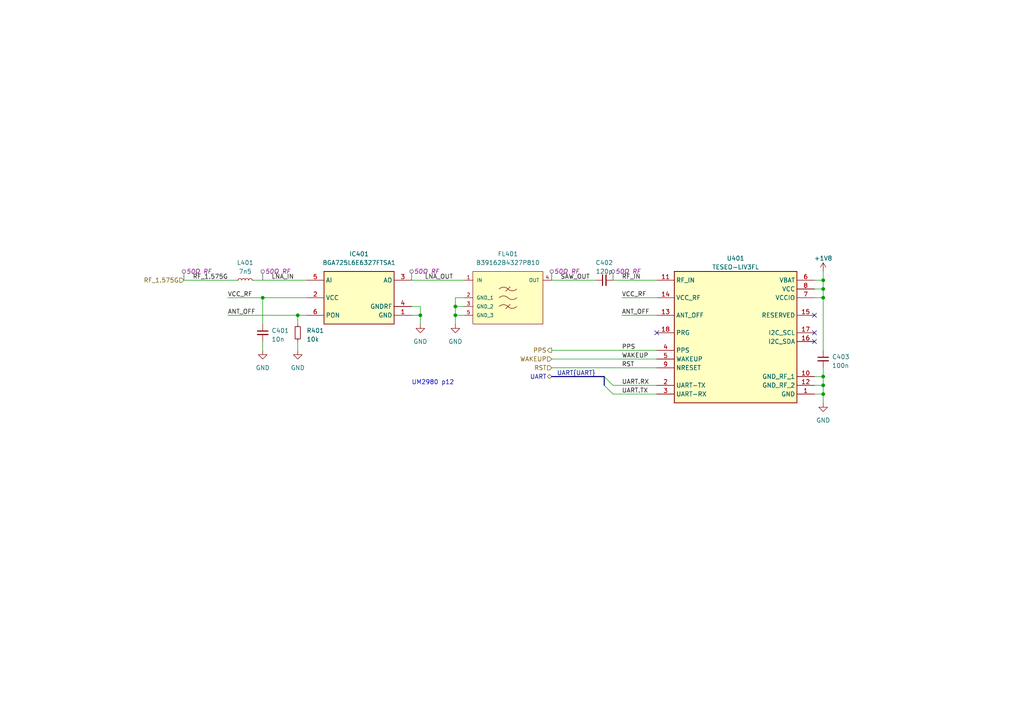
<source format=kicad_sch>
(kicad_sch (version 20231120) (generator "eeschema") (generator_version "8.0")
  (paper "A4")
  (title_block (title "Watch GNSS") (rev "1"))
  (lib_symbols
    (symbol "B39162B4327P810:B39162B4327P810" (pin_names (offset 1.016))
      (property "Reference" "FL" (at 0 7.62 0))
      (property "Value" "B39162B4327P810" (at 0 5.08 0))
      (symbol "B39162B4327P810_0_1"
        (arc (start 0 -7.6198) (mid -1.27 -7.0938) (end -2.54 -7.6198))
        (arc (start 0 -7.6198) (mid 1.27 -8.1458) (end 2.54 -7.6198))
        (arc (start 0 -5.0798) (mid -1.27 -4.5538) (end -2.54 -5.0798))
        (arc (start 0 -5.0798) (mid 1.27 -5.6058) (end 2.54 -5.0798))
        (arc (start 0 -2.5399) (mid -1.27 -2.0139) (end -2.54 -2.5399))
        (arc (start 0 -2.5399) (mid 1.27 -3.0659) (end 2.54 -2.5399))
        (polyline (pts (xy -0.635 -8.255) (xy 0.635 -6.985)))
        (polyline (pts (xy -0.635 -3.175) (xy 0.635 -1.905)))
      )
      (symbol "B39162B4327P810_1_1"
        (rectangle (start -10.16 2.54) (end 10.16 -12.7) (fill (type background)))
        (pin input line (at -12.7 0 0) (length 2.54) (name "IN") (number "1"))
        (pin power_in line (at -12.7 -5.08 0) (length 2.54) (name "GND_1") (number "2"))
        (pin power_in line (at -12.7 -7.62 0) (length 2.54) (name "GND_2") (number "3"))
        (pin output line (at 12.7 0 180) (length 2.54) (name "OUT") (number "4"))
        (pin power_in line (at -12.7 -10.16 0) (length 2.54) (name "GND_3") (number "5"))
      )
    )
    (symbol "BGA725L6E6327FTSA1:BGA725L6E6327FTSA1"
      (property "Reference" "U" (at 0 7.62 0))
      (property "Value" "BGA725L6E6327FTSA1" (at 0 5.08 0))
      (symbol "BGA725L6E6327FTSA1_1_1"
        (rectangle (start -10.16 2.54) (end 10.16 -12.7) (stroke (width 0.254)) (fill (type background)))
        (pin passive line (at 15.24 -10.16 180) (length 5.08) (name "GND") (number "1"))
        (pin passive line (at -15.24 -5.08 0) (length 5.08) (name "VCC") (number "2"))
        (pin passive line (at 15.24 0 180) (length 5.08) (name "AO") (number "3"))
        (pin passive line (at 15.24 -7.62 180) (length 5.08) (name "GNDRF") (number "4"))
        (pin passive line (at -15.24 0 0) (length 5.08) (name "AI") (number "5"))
        (pin passive line (at -15.24 -10.16 0) (length 5.08) (name "PON") (number "6"))
      )
    )
    (symbol "Device:C_Small" (pin_numbers hide) (pin_names (offset 0.254) hide)
      (property "Reference" "C" (at 0.254 1.778 0))
      (property "Value" "C_Small" (at 0.254 -2.032 0))
      (symbol "C_Small_0_1"
        (polyline (pts (xy -1.524 -0.508) (xy 1.524 -0.508)) (stroke (width 0.3302)))
        (polyline (pts (xy -1.524 0.508) (xy 1.524 0.508)) (stroke (width 0.3048)))
      )
      (symbol "C_Small_1_1"
        (pin passive line (at 0 2.54 270) (length 2.032) (name "~") (number "1"))
        (pin passive line (at 0 -2.54 90) (length 2.032) (name "~") (number "2"))
      )
    )
    (symbol "Device:L_Small" (pin_numbers hide) (pin_names (offset 0.254) hide)
      (property "Reference" "L" (at 0.762 1.016 0))
      (property "Value" "L_Small" (at 0.762 -1.016 0))
      (symbol "L_Small_0_1"
        (arc (start 0 -2.032) (mid 0.5058 -1.524) (end 0 -1.016))
        (arc (start 0 -1.016) (mid 0.5058 -0.508) (end 0 0))
        (arc (start 0 0) (mid 0.5058 0.508) (end 0 1.016))
        (arc (start 0 1.016) (mid 0.5058 1.524) (end 0 2.032))
      )
      (symbol "L_Small_1_1"
        (pin passive line (at 0 2.54 270) (length 0.508) (name "~") (number "1"))
        (pin passive line (at 0 -2.54 90) (length 0.508) (name "~") (number "2"))
      )
    )
    (symbol "Device:R_Small" (pin_numbers hide) (pin_names (offset 0.254) hide)
      (property "Reference" "R" (at 0.762 0.508 0))
      (property "Value" "R_Small" (at 0.762 -1.016 0))
      (symbol "R_Small_0_1"
        (rectangle (start -0.762 1.778) (end 0.762 -1.778) (stroke (width 0.2032)))
      )
      (symbol "R_Small_1_1"
        (pin passive line (at 0 2.54 270) (length 0.762) (name "~") (number "1"))
        (pin passive line (at 0 -2.54 90) (length 0.762) (name "~") (number "2"))
      )
    )
    (symbol "TESEO-LIV3FL:TESEO-LIV3FL"
      (property "Reference" "U" (at 0 20.32 0))
      (property "Value" "TESEO-LIV3FL" (at 0 17.78 0))
      (symbol "TESEO-LIV3FL_1_1"
        (rectangle (start -17.78 15.24) (end 17.78 -22.86) (stroke (width 0.254)) (fill (type background)))
        (pin passive line (at 22.86 -20.32 180) (length 5.08) (name "GND") (number "1"))
        (pin passive line (at 22.86 -15.24 180) (length 5.08) (name "GND_RF_1") (number "10"))
        (pin passive line (at -22.86 12.7 0) (length 5.08) (name "RF_IN") (number "11"))
        (pin passive line (at 22.86 -17.78 180) (length 5.08) (name "GND_RF_2") (number "12"))
        (pin passive line (at -22.86 2.54 0) (length 5.08) (name "ANT_OFF") (number "13"))
        (pin passive line (at -22.86 7.62 0) (length 5.08) (name "VCC_RF") (number "14"))
        (pin passive line (at 22.86 2.54 180) (length 5.08) (name "RESERVED") (number "15"))
        (pin passive line (at 22.86 -5.08 180) (length 5.08) (name "I2C_SDA") (number "16"))
        (pin passive line (at 22.86 -2.54 180) (length 5.08) (name "I2C_SCL") (number "17"))
        (pin passive line (at -22.86 -2.54 0) (length 5.08) (name "PRG") (number "18"))
        (pin passive line (at -22.86 -17.78 0) (length 5.08) (name "UART-TX") (number "2"))
        (pin passive line (at -22.86 -20.32 0) (length 5.08) (name "UART-RX") (number "3"))
        (pin passive line (at -22.86 -7.62 0) (length 5.08) (name "PPS") (number "4"))
        (pin passive line (at -22.86 -10.16 0) (length 5.08) (name "WAKEUP") (number "5"))
        (pin passive line (at 22.86 12.7 180) (length 5.08) (name "VBAT") (number "6"))
        (pin passive line (at 22.86 7.62 180) (length 5.08) (name "VCCIO") (number "7"))
        (pin passive line (at 22.86 10.16 180) (length 5.08) (name "VCC") (number "8"))
        (pin passive line (at -22.86 -12.7 0) (length 5.08) (name "NRESET") (number "9"))
      )
    )
    (symbol "power:+1V8" (power) (pin_names (offset 0))
      (property "Value" "+1V8" (at 0 3.556 0))
      (symbol "+1V8_0_1"
        (polyline (pts (xy -0.762 1.27) (xy 0 2.54)))
        (polyline (pts (xy 0 0) (xy 0 2.54)))
        (polyline (pts (xy 0 2.54) (xy 0.762 1.27)))
      )
      (symbol "+1V8_1_1"
        (pin power_in line (at 0 0 90) (length 0) hide (name "+1V8") (number "1"))
      )
    )
    (symbol "power:GND" (power) (pin_names (offset 0))
      (property "Value" "GND" (at 0 -3.81 0))
      (symbol "GND_0_1"
        (polyline (pts (xy 0 0) (xy 0 -1.27) (xy 1.27 -1.27) (xy 0 -2.54) (xy -1.27 -1.27) (xy 0 -1.27)))
      )
      (symbol "GND_1_1"
        (pin power_in line (at 0 0 270) (length 0) hide (name "GND") (number "1"))
      )
    )
  )
  (junction (at 121.92 91.44))
  (junction (at 238.76 81.28))
  (junction (at 76.2 86.36))
  (junction (at 238.76 114.3))
  (junction (at 238.76 111.76))
  (junction (at 238.76 86.36))
  (junction (at 86.36 91.44))
  (junction (at 238.76 83.82))
  (junction (at 132.08 88.9))
  (junction (at 238.76 109.22))
  (junction (at 132.08 91.44))
  (no_connect (at 236.22 96.52))
  (no_connect (at 236.22 91.44))
  (no_connect (at 190.5 96.52))
  (no_connect (at 236.22 99.06))
  (bus_entry (at 175.26 109.22) (size 2.54 2.54))
  (bus_entry (at 175.26 111.76) (size 2.54 2.54))
  (wire (pts (xy 134.62 91.44) (xy 132.08 91.44)))
  (wire (pts (xy 66.04 86.36) (xy 76.2 86.36)))
  (wire (pts (xy 238.76 86.36) (xy 238.76 101.6)))
  (wire (pts (xy 66.04 91.44) (xy 86.36 91.44)))
  (wire (pts (xy 132.08 88.9) (xy 134.62 88.9)))
  (wire (pts (xy 134.62 86.36) (xy 132.08 86.36)))
  (wire (pts (xy 86.36 91.44) (xy 86.36 93.98)))
  (wire (pts (xy 132.08 88.9) (xy 132.08 91.44)))
  (wire (pts (xy 238.76 83.82) (xy 238.76 86.36)))
  (wire (pts (xy 86.36 91.44) (xy 88.9 91.44)))
  (wire (pts (xy 236.22 83.82) (xy 238.76 83.82)))
  (wire (pts (xy 121.92 88.9) (xy 121.92 91.44)))
  (wire (pts (xy 238.76 114.3) (xy 236.22 114.3)))
  (wire (pts (xy 238.76 106.68) (xy 238.76 109.22)))
  (bus (pts (xy 175.26 109.22) (xy 160.02 109.22)))
  (wire (pts (xy 132.08 93.98) (xy 132.08 91.44)))
  (wire (pts (xy 160.02 81.28) (xy 172.72 81.28)))
  (wire (pts (xy 177.8 114.3) (xy 190.5 114.3)))
  (wire (pts (xy 238.76 111.76) (xy 238.76 114.3)))
  (wire (pts (xy 76.2 101.6) (xy 76.2 99.06)))
  (wire (pts (xy 53.34 81.28) (xy 68.58 81.28)))
  (wire (pts (xy 132.08 86.36) (xy 132.08 88.9)))
  (wire (pts (xy 119.38 81.28) (xy 134.62 81.28)))
  (wire (pts (xy 238.76 83.82) (xy 238.76 81.28)))
  (bus (pts (xy 175.26 109.22) (xy 175.26 111.76)))
  (wire (pts (xy 236.22 81.28) (xy 238.76 81.28)))
  (wire (pts (xy 180.34 86.36) (xy 190.5 86.36)))
  (wire (pts (xy 73.66 81.28) (xy 88.9 81.28)))
  (wire (pts (xy 76.2 86.36) (xy 88.9 86.36)))
  (wire (pts (xy 236.22 86.36) (xy 238.76 86.36)))
  (wire (pts (xy 177.8 111.76) (xy 190.5 111.76)))
  (wire (pts (xy 177.8 81.28) (xy 190.5 81.28)))
  (wire (pts (xy 160.02 106.68) (xy 190.5 106.68)))
  (wire (pts (xy 160.02 104.14) (xy 190.5 104.14)))
  (wire (pts (xy 180.34 91.44) (xy 190.5 91.44)))
  (wire (pts (xy 76.2 86.36) (xy 76.2 93.98)))
  (wire (pts (xy 238.76 116.84) (xy 238.76 114.3)))
  (wire (pts (xy 238.76 78.74) (xy 238.76 81.28)))
  (wire (pts (xy 119.38 91.44) (xy 121.92 91.44)))
  (wire (pts (xy 238.76 111.76) (xy 236.22 111.76)))
  (wire (pts (xy 238.76 109.22) (xy 236.22 109.22)))
  (wire (pts (xy 121.92 93.98) (xy 121.92 91.44)))
  (wire (pts (xy 238.76 109.22) (xy 238.76 111.76)))
  (wire (pts (xy 119.38 88.9) (xy 121.92 88.9)))
  (wire (pts (xy 160.02 101.6) (xy 190.5 101.6)))
  (wire (pts (xy 86.36 101.6) (xy 86.36 99.06)))
  (text "UM2980 p12" (at 119.38 111.76 0) (effects (font (size 1.27 1.27)) (justify left bottom)))
  (label "RF_IN" (at 180.34 81.28 0))
  (label "UART.TX" (at 180.34 114.3 0))
  (label "VCC_RF" (at 66.04 86.36 0))
  (label "ANT_OFF" (at 66.04 91.44 0))
  (label "WAKEUP" (at 180.34 104.14 0))
  (label "UART.RX" (at 180.34 111.76 0))
  (label "LNA_OUT" (at 123.19 81.28 0))
  (label "RST" (at 180.34 106.68 0))
  (label "SAW_OUT" (at 162.56 81.28 0))
  (label "LNA_IN" (at 78.74 81.28 0))
  (label "VCC_RF" (at 180.34 86.36 0))
  (label "UART{UART}" (at 172.72 109.22 180))
  (label "RF_1.575G" (at 55.88 81.28 0))
  (label "ANT_OFF" (at 180.34 91.44 0))
  (label "PPS" (at 180.34 101.6 0))
  (hierarchical_label "RST" (shape input) (at 160.02 106.68 180))
  (hierarchical_label "UART" (shape bidirectional) (at 160.02 109.22 180) (property "DSI" "DSI" (effects (hide yes))))
  (hierarchical_label "RF_1.575G" (shape input) (at 53.34 81.28 180))
  (hierarchical_label "PPS" (shape output) (at 160.02 101.6 180))
  (hierarchical_label "WAKEUP" (shape input) (at 160.02 104.14 180))
  (netclass_flag "" (length 2.54) (shape round) (at 53.34 81.28 0) (property "Netclass" "50Ω RF" (at 54.0385 78.74 0) (effects (font (italic yes)) (justify left))))
  (netclass_flag "" (length 2.54) (shape round) (at 160.02 81.28 0) (property "Netclass" "50Ω RF" (at 160.7185 78.74 0) (effects (font (italic yes)) (justify left))))
  (netclass_flag "" (length 2.54) (shape round) (at 177.8 81.28 0) (property "Netclass" "50Ω RF" (at 178.4985 78.74 0) (effects (font (italic yes)) (justify left))))
  (netclass_flag "" (length 2.54) (shape round) (at 76.2 81.28 0) (property "Netclass" "50Ω RF" (at 76.8985 78.74 0) (effects (font (italic yes)) (justify left))))
  (netclass_flag "" (length 2.54) (shape round) (at 119.38 81.28 0) (property "Netclass" "50Ω RF" (at 120.0785 78.74 0) (effects (font (italic yes)) (justify left))))
  (symbol (lib_id "BGA725L6E6327FTSA1:BGA725L6E6327FTSA1") (at 104.14 81.28 0) (unit 1)
    (property "Reference" "IC401" (at 104.14 73.66 0))
    (property "Value" "BGA725L6E6327FTSA1" (at 104.14 76.2 0))
    (property "Footprint" "watch_footprints:BGS12SN6E6327XTSA1" (effects (hide yes)))
    (property "Datasheet" "https://www.infineon.com/dgdl/Infineon-BGA725L6-DS-v02_00-en.pdf?fileId=db3a30433784a0400137ef9a4d341f23" (effects (hide yes)))
    (property "Mouser Part Number" "726-BGA725L6E6327FTS" (effects (hide yes)))
    (property "Mouser Price/Stock" "https://www.mouser.co.uk/ProductDetail/Infineon-Technologies/BGA725L6E6327FTSA1?qs=4MqXaUMeF57lT69yR2PUGQ%3D%3D" (effects (hide yes)))
    (property "Manufacturer_Name" "Infineon" (effects (hide yes)))
    (property "Manufacturer_Part_Number" "BGA725L6E6327FTSA1" (effects (hide yes)))
  )
  (symbol (lib_id "Device:L_Small") (at 71.12 81.28 90) (unit 1)
    (property "Reference" "L401" (at 71.12 76.2 90))
    (property "Value" "7n5" (at 71.12 78.74 90))
    (property "Footprint" "Inductor_SMD:L_0402_1005Metric" (effects (hide yes)))
  )
  (symbol (lib_id "Device:C_Small") (at 175.26 81.28 90) (unit 1)
    (property "Reference" "C402" (at 175.2663 76.2 90))
    (property "Value" "120p" (at 175.2663 78.74 90))
    (property "Footprint" "Capacitor_SMD:C_0402_1005Metric" (effects (hide yes)))
  )
  (symbol (lib_id "B39162B4327P810:B39162B4327P810") (at 147.32 81.28 0) (unit 1)
    (property "Reference" "FL401" (at 147.32 73.66 0))
    (property "Value" "B39162B4327P810" (at 147.32 76.2 0))
    (property "Footprint" "watch_footprints:B39162B4327P810" (effects (hide yes)))
    (property "Datasheet" "https://en.rf360jv.com/inf/40/ds/ae/B4327.pdf" (effects (hide yes)))
    (property "automotive" "Yes" (effects (hide yes)))
    (property "category" "Filter" (effects (hide yes)))
    (property "device class L1" "Passive Components" (effects (hide yes)))
    (property "device class L2" "EMI / RFI Components" (effects (hide yes)))
    (property "device class L3" "SAW" (effects (hide yes)))
    (property "digikey description" "FILTER SAW 5SMD" (effects (hide yes)))
    (property "digikey part number" "495-7424-1-ND" (effects (hide yes)))
    (property "filter type" "Band Pass" (effects (hide yes)))
    (property "footprint url" "https://en.rf360jv.com/inf/40/ds/ae/B4347.pdf" (effects (hide yes)))
    (property "frequency" "1582.4MHz" (effects (hide yes)))
    (property "height" "0.45mm" (effects (hide yes)))
    (property "insertion loss" "1.4-2dB" (effects (hide yes)))
    (property "lead free" "Yes" (effects (hide yes)))
    (property "library id" "489d075a20db7205" (effects (hide yes)))
    (property "manufacturer" "RF360 Holdings" (effects (hide yes)))
    (property "mouser part number" "871-B39162B4327P810" (effects (hide yes)))
    (property "package" "SAW_FILTER_SMT_1MM1_1MM4" (effects (hide yes)))
    (property "rohs" "Yes" (effects (hide yes)))
    (property "temperature range high" "+85°C" (effects (hide yes)))
    (property "temperature range low" "-40°C" (effects (hide yes)))
  )
  (symbol (lib_id "Device:C_Small") (at 76.2 96.52 0) (unit 1)
    (property "Reference" "C401" (at 78.74 95.8913 0) (effects (justify left)))
    (property "Value" "10n" (at 78.74 98.4313 0) (effects (justify left)))
    (property "Footprint" "Capacitor_SMD:C_0402_1005Metric" (effects (hide yes)))
  )
  (symbol (lib_id "TESEO-LIV3FL:TESEO-LIV3FL") (at 213.36 93.98 0) (unit 1)
    (property "Reference" "U401" (at 213.36 74.93 0))
    (property "Value" "TESEO-LIV3FL" (at 213.36 77.47 0))
    (property "Footprint" "watch_footprints:TESEOLIV3FL" (effects (hide yes)))
    (property "Datasheet" "https://www.st.com/resource/en/datasheet/teseo-liv3fl.pdf" (effects (hide yes)))
    (property "Height" "2.3" (effects (hide yes)))
    (property "Mouser Part Number" "511-TESEO-LIV4FTR" (effects (hide yes)))
    (property "Mouser Price/Stock" "https://www.mouser.co.uk/ProductDetail/STMicroelectronics/TESEO-LIV4FTR?qs=By6Nw2ByBD3%252BjjBvGBu5LQ%3D%3D" (effects (hide yes)))
    (property "Manufacturer_Name" "STMicroelectronics" (effects (hide yes)))
    (property "Manufacturer_Part_Number" "TESEO-LIV4FTR" (effects (hide yes)))
  )
  (symbol (lib_id "power:GND") (at 86.36 101.6 0) (unit 1)
    (property "Reference" "#PWR0402" (effects (hide yes)))
    (property "Value" "GND" (at 86.36 106.68 0))
  )
  (symbol (lib_id "Device:C_Small") (at 238.76 104.14 0) (unit 1)
    (property "Reference" "C403" (at 241.3 103.5113 0) (effects (justify left)))
    (property "Value" "100n" (at 241.3 106.0513 0) (effects (justify left)))
    (property "Footprint" "Capacitor_SMD:C_0402_1005Metric" (effects (hide yes)))
  )
  (symbol (lib_id "power:GND") (at 132.08 93.98 0) (unit 1)
    (property "Reference" "#PWR0404" (effects (hide yes)))
    (property "Value" "GND" (at 132.08 99.06 0))
  )
  (symbol (lib_id "power:GND") (at 238.76 116.84 0) (unit 1)
    (property "Reference" "#PWR0406" (effects (hide yes)))
    (property "Value" "GND" (at 238.76 121.92 0))
  )
  (symbol (lib_id "power:+1V8") (at 238.76 78.74 0) (unit 1)
    (property "Reference" "#PWR0405" (effects (hide yes)))
    (property "Value" "+1V8" (at 238.76 74.93 0))
  )
  (symbol (lib_id "power:GND") (at 76.2 101.6 0) (unit 1)
    (property "Reference" "#PWR0401" (effects (hide yes)))
    (property "Value" "GND" (at 76.2 106.68 0))
  )
  (symbol (lib_id "power:GND") (at 121.92 93.98 0) (unit 1)
    (property "Reference" "#PWR0403" (effects (hide yes)))
    (property "Value" "GND" (at 121.92 99.06 0))
  )
  (symbol (lib_id "Device:R_Small") (at 86.36 96.52 0) (mirror y) (unit 1)
    (property "Reference" "R401" (at 88.9 95.885 0) (effects (justify right)))
    (property "Value" "10k" (at 88.9 98.425 0) (effects (justify right)))
    (property "Footprint" "Resistor_SMD:R_0402_1005Metric" (effects (hide yes)))
  )
)
</source>
